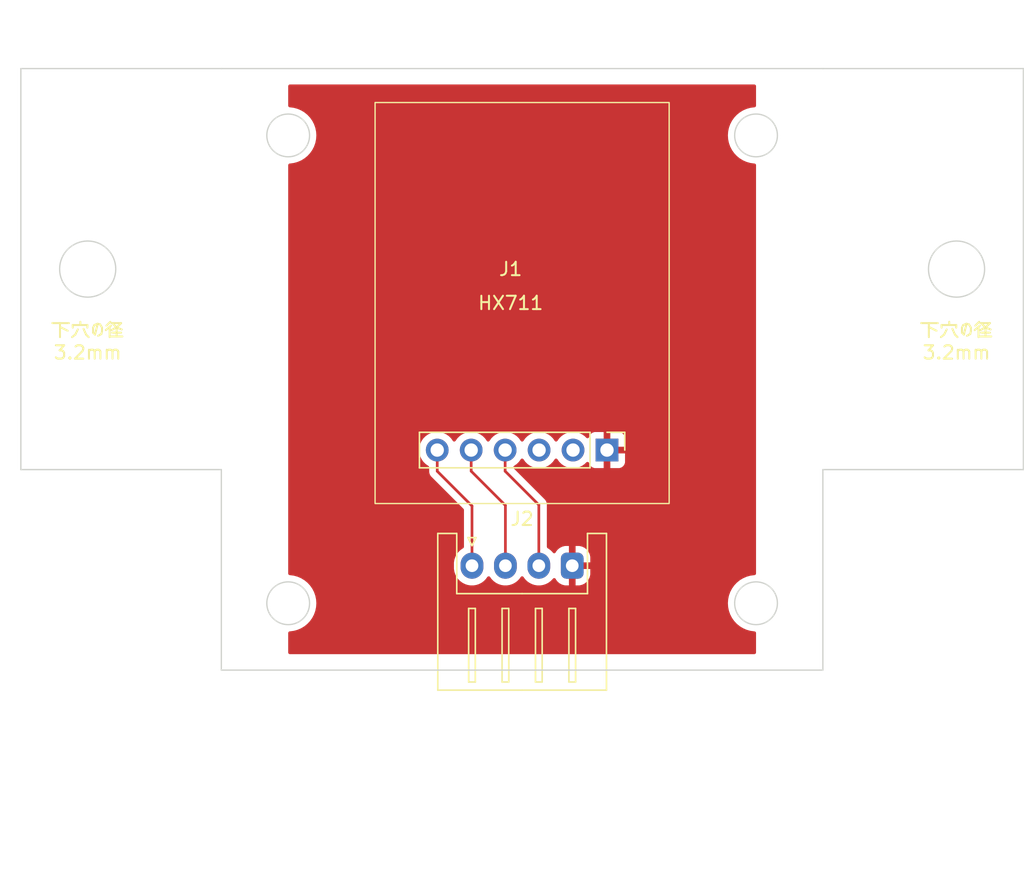
<source format=kicad_pcb>
(kicad_pcb (version 20240108) (generator "pcbnew") (generator_version "8.0")
  (layers (0 "F.Cu" signal) (31 "B.Cu" signal) (34 "B.Paste" user) (35 "F.Paste" user) (36 "B.SilkS" user "B.Silkscreen") (37 "F.SilkS" user "F.Silkscreen") (38 "B.Mask" user) (39 "F.Mask" user) (44 "Edge.Cuts" user))
  (net 0 "")
  (net 1 "/VDD")
  (net 2 "/DAT")
  (net 3 "/CLK")
  (net 5 "/GND")
  (footprint "Connector_PinHeader_2.54mm:PinHeader_1x06_P2.54mm_Vertical" (layer "F.Cu") (at 130.45 79.34 -90)
    (property "Reference" "J1" (at -13.54 7.21 0) (layer "F.SilkS"))
    (property "Value" "HX711" (at -11 7.21 0) (layer "F.SilkS"))
    (fp_line (start -1.33 14.03) (end 1.33 14.03) (stroke (width 0.12)) (layer "F.SilkS"))
    (fp_line (start -1.33 1.27) (end -1.33 14.03) (stroke (width 0.12)) (layer "F.SilkS"))
    (fp_line (start -1.33 1.27) (end 1.33 1.27) (stroke (width 0.12)) (layer "F.SilkS"))
    (fp_line (start 1.33 1.27) (end 1.33 14.03) (stroke (width 0.12)) (layer "F.SilkS"))
    (fp_line (start -1.33 0) (end -1.33 -1.33) (stroke (width 0.12)) (layer "F.SilkS"))
    (fp_line (start -1.33 -1.33) (end 0 -1.33) (stroke (width 0.12)) (layer "F.SilkS"))
    (pad "1" thru_hole rect (at 0 0 270) (size 1.7 1.7) (drill 1) (layers "*.Cu" "*.Mask") (net 5 "/GND"))
    (pad "2" thru_hole oval (at 0 2.54 270) (size 1.7 1.7) (drill 1) (layers "*.Cu" "*.Mask"))
    (pad "3" thru_hole oval (at 0 5.08 270) (size 1.7 1.7) (drill 1) (layers "*.Cu" "*.Mask"))
    (pad "4" thru_hole oval (at 0 7.62 270) (size 1.7 1.7) (drill 1) (layers "*.Cu" "*.Mask") (net 3 "/CLK"))
    (pad "5" thru_hole oval (at 0 10.16 270) (size 1.7 1.7) (drill 1) (layers "*.Cu" "*.Mask") (net 2 "/DAT"))
    (pad "6" thru_hole oval (at 0 12.7 270) (size 1.7 1.7) (drill 1) (layers "*.Cu" "*.Mask") (net 1 "/VDD"))
  )
  (footprint "Footprints:JST_XH_S4B-XH-A_1x04_P2.50mm_Horizontal" (layer "F.Cu") (at 120.35 87.99)
    (property "Reference" "J2" (at 3.75 -3.5 0) (layer "F.SilkS"))
    (property "Value" "Conn_01x04_Socket")
    (fp_line (start -2.56 -2.41) (end -1.14 -2.41) (stroke (width 0.12)) (layer "F.SilkS"))
    (fp_line (start -2.56 9.31) (end -2.56 -2.41) (stroke (width 0.12)) (layer "F.SilkS"))
    (fp_line (start -1.14 -2.41) (end -1.14 2.09) (stroke (width 0.12)) (layer "F.SilkS"))
    (fp_line (start -1.14 2.09) (end 3.75 2.09) (stroke (width 0.12)) (layer "F.SilkS"))
    (fp_line (start -0.3 -2.1) (end 0.3 -2.1) (stroke (width 0.12)) (layer "F.SilkS"))
    (fp_line (start -0.25 3.2) (end -0.25 8.7) (stroke (width 0.12)) (layer "F.SilkS"))
    (fp_line (start -0.25 8.7) (end 0.25 8.7) (stroke (width 0.12)) (layer "F.SilkS"))
    (fp_line (start 0 -1.5) (end -0.3 -2.1) (stroke (width 0.12)) (layer "F.SilkS"))
    (fp_line (start 0.25 3.2) (end -0.25 3.2) (stroke (width 0.12)) (layer "F.SilkS"))
    (fp_line (start 0.25 8.7) (end 0.25 3.2) (stroke (width 0.12)) (layer "F.SilkS"))
    (fp_line (start 0.3 -2.1) (end 0 -1.5) (stroke (width 0.12)) (layer "F.SilkS"))
    (fp_line (start 2.25 3.2) (end 2.25 8.7) (stroke (width 0.12)) (layer "F.SilkS"))
    (fp_line (start 2.25 8.7) (end 2.75 8.7) (stroke (width 0.12)) (layer "F.SilkS"))
    (fp_line (start 2.75 3.2) (end 2.25 3.2) (stroke (width 0.12)) (layer "F.SilkS"))
    (fp_line (start 2.75 8.7) (end 2.75 3.2) (stroke (width 0.12)) (layer "F.SilkS"))
    (fp_line (start 3.75 9.31) (end -2.56 9.31) (stroke (width 0.12)) (layer "F.SilkS"))
    (fp_line (start 3.75 9.31) (end 10.06 9.31) (stroke (width 0.12)) (layer "F.SilkS"))
    (fp_line (start 4.75 3.2) (end 4.75 8.7) (stroke (width 0.12)) (layer "F.SilkS"))
    (fp_line (start 4.75 8.7) (end 5.25 8.7) (stroke (width 0.12)) (layer "F.SilkS"))
    (fp_line (start 5.25 3.2) (end 4.75 3.2) (stroke (width 0.12)) (layer "F.SilkS"))
    (fp_line (start 5.25 8.7) (end 5.25 3.2) (stroke (width 0.12)) (layer "F.SilkS"))
    (fp_line (start 7.25 3.2) (end 7.25 8.7) (stroke (width 0.12)) (layer "F.SilkS"))
    (fp_line (start 7.25 8.7) (end 7.75 8.7) (stroke (width 0.12)) (layer "F.SilkS"))
    (fp_line (start 7.75 3.2) (end 7.25 3.2) (stroke (width 0.12)) (layer "F.SilkS"))
    (fp_line (start 7.75 8.7) (end 7.75 3.2) (stroke (width 0.12)) (layer "F.SilkS"))
    (fp_line (start 8.64 -2.41) (end 8.64 2.09) (stroke (width 0.12)) (layer "F.SilkS"))
    (fp_line (start 8.64 2.09) (end 3.75 2.09) (stroke (width 0.12)) (layer "F.SilkS"))
    (fp_line (start 10.06 -2.41) (end 8.64 -2.41) (stroke (width 0.12)) (layer "F.SilkS"))
    (fp_line (start 10.06 9.31) (end 10.06 -2.41) (stroke (width 0.12)) (layer "F.SilkS"))
    (pad "1" thru_hole oval (at 0 0) (size 1.7 1.95) (drill 0.95) (layers "*.Cu" "*.Mask") (net 1 "/VDD"))
    (pad "2" thru_hole oval (at 2.5 0) (size 1.7 1.95) (drill 0.95) (layers "*.Cu" "*.Mask") (net 2 "/DAT"))
    (pad "3" thru_hole oval (at 5 0) (size 1.7 1.95) (drill 0.95) (layers "*.Cu" "*.Mask") (net 3 "/CLK"))
    (pad "4" thru_hole roundrect (at 7.5 0) (size 1.7 1.95) (drill 0.95) (layers "*.Cu" "*.Mask") (net 5 "/GND"))
  )
  (gr_rect (start 113.1 53.34) (end 135.1 83.34) (stroke (width 0.1)) (fill none) (layer "F.SilkS"))
  (gr_circle (center 91.6 65.8) (end 93.7 65.8) (stroke (width 0.1)) (fill none) (layer "Edge.Cuts"))
  (gr_circle (center 106.6 90.8) (end 108.2 90.8) (stroke (width 0.1)) (fill none) (layer "Edge.Cuts"))
  (gr_line (start 101.6 50.8) (end 146.6 50.8) (stroke (width 0.1)) (layer "Edge.Cuts"))
  (gr_circle (center 156.6 65.8) (end 158.7 65.8) (stroke (width 0.1)) (fill none) (layer "Edge.Cuts"))
  (gr_line (start 86.6 50.8) (end 101.6 50.8) (stroke (width 0.1)) (layer "Edge.Cuts"))
  (gr_line (start 161.6 80.8) (end 146.6 80.8) (stroke (width 0.1)) (layer "Edge.Cuts"))
  (gr_line (start 161.6 50.8) (end 161.6 80.8) (stroke (width 0.1)) (layer "Edge.Cuts"))
  (gr_line (start 101.6 80.8) (end 86.6 80.8) (stroke (width 0.1)) (layer "Edge.Cuts"))
  (gr_line (start 146.6 50.8) (end 161.6 50.8) (stroke (width 0.1)) (layer "Edge.Cuts"))
  (gr_circle (center 141.6 90.8) (end 143.2 90.8) (stroke (width 0.1)) (fill none) (layer "Edge.Cuts"))
  (gr_line (start 146.6 80.8) (end 146.6 95.8) (stroke (width 0.1)) (layer "Edge.Cuts"))
  (gr_line (start 86.6 50.8) (end 86.6 80.8) (stroke (width 0.1)) (layer "Edge.Cuts"))
  (gr_circle (center 106.6 55.8) (end 108.2 55.8) (stroke (width 0.1)) (fill none) (layer "Edge.Cuts"))
  (gr_circle (center 141.6 55.8) (end 143.2 55.8) (stroke (width 0.1)) (fill none) (layer "Edge.Cuts"))
  (gr_line (start 146.6 95.8) (end 101.6 95.8) (stroke (width 0.1)) (layer "Edge.Cuts"))
  (gr_line (start 101.6 95.8) (end 101.6 80.8) (stroke (width 0.1)) (layer "Edge.Cuts"))
  (gr_text "下穴の径\n3.2mm" (at 156.6 69.85 0) (layer "F.SilkS") (effects (font (size 1 1)) (justify top)))
  (gr_text "下穴の径\n3.2mm" (at 91.6 69.85 0) (layer "F.SilkS") (effects (font (size 1 1)) (justify top)))
  (segment (start 117.75 79.34) (end 117.75 80.92) (width 0.2) (layer "F.Cu") (net 1))
  (segment (start 120.35 83.52) (end 120.35 87.99) (width 0.2) (layer "F.Cu") (net 1))
  (segment (start 117.75 80.92) (end 120.35 83.52) (width 0.2) (layer "F.Cu") (net 1))
  (segment (start 120.29 79.34) (end 120.29 80.92) (width 0.2) (layer "F.Cu") (net 2))
  (segment (start 120.29 80.92) (end 122.85 83.48) (width 0.2) (layer "F.Cu") (net 2))
  (segment (start 122.85 83.48) (end 122.85 87.99) (width 0.2) (layer "F.Cu") (net 2))
  (segment (start 122.83 80.92) (end 125.35 83.44) (width 0.2) (layer "F.Cu") (net 3))
  (segment (start 122.83 79.34) (end 122.83 80.92) (width 0.2) (layer "F.Cu") (net 3))
  (segment (start 125.35 83.44) (end 125.35 87.99) (width 0.2) (layer "F.Cu") (net 3))
  (segment (start 130.45 79.34) (end 130.45 80.37) (width 0.2) (layer "F.Cu") (net 5))
  (zone (net 5) (net_name "/GND") (layer "F.Cu") (connect_pads (clearance 0.5)) (min_thickness 0.25) (fill yes (thermal_gap 0.5) (thermal_bridge_width 0.5))
    (polygon (pts (xy 106.6 51.99) (xy 141.6 51.99) (xy 141.6 94.61) (xy 106.6 94.61)))
  )
)
</source>
